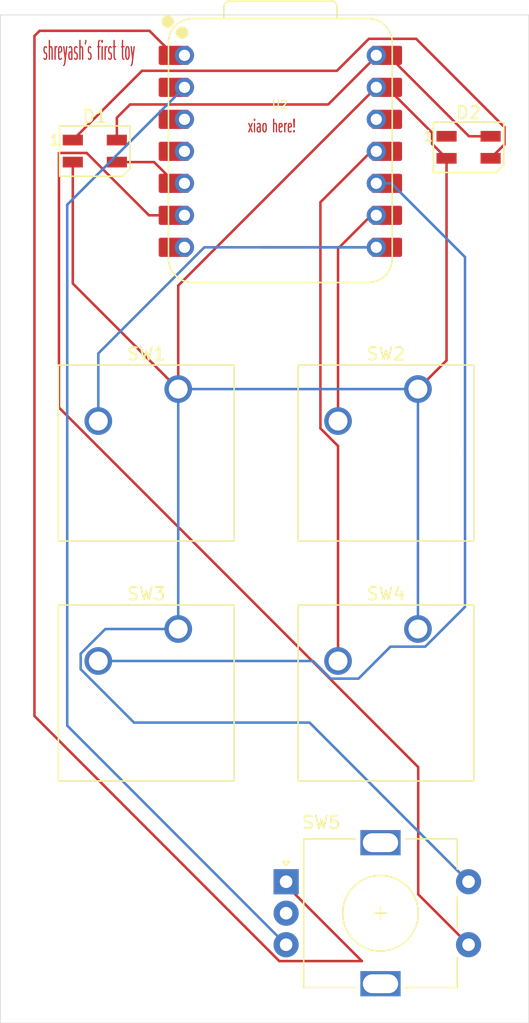
<source format=kicad_pcb>
(kicad_pcb (version 20241229) (generator "pcbnew") (generator_version "9.0")
  (layers (0 "F.Cu" signal) (2 "B.Cu" signal) (13 "F.Paste" user) (15 "B.Paste" user) (5 "F.SilkS" user "F.Silkscreen") (7 "B.SilkS" user "B.Silkscreen") (1 "F.Mask" user) (3 "B.Mask" user) (25 "Edge.Cuts" user))
  (net 0 "")
  (net 1 "Net-(D1-DOUT)")
  (net 2 "Net-(D1-DIN)")
  (net 3 "GND")
  (net 4 "+5V")
  (net 6 "Net-(U2-GPIO1{slash}RX)")
  (net 7 "Net-(U2-GPIO2{slash}SCK)")
  (net 8 "Net-(U2-GPIO4{slash}MISO)")
  (net 9 "Net-(U2-GPIO3{slash}MOSI)")
  (net 13 "Net-(U2-GPIO7{slash}SCL)")
  (net 16 "Net-(U2-GPIO27{slash}ADC1{slash}A1)")
  (net 17 "Net-(U2-GPIO26{slash}ADC0{slash}A0)")
  (footprint "Button_Switch_Keyboard:SW_Cherry_MX_1.00u_PCB" (layer "F.Cu") (at 150.1775 99.695)
    (property "Reference" "SW2" (at -2.54 -2.794 0) (layer "F.SilkS"))
    (property "Value" "SW_Push")
    (fp_line (start -9.525 -1.905) (end 4.445 -1.905) (stroke (width 0.12)) (layer "F.SilkS"))
    (fp_line (start -9.525 12.065) (end -9.525 -1.905) (stroke (width 0.12)) (layer "F.SilkS"))
    (fp_line (start 4.445 -1.905) (end 4.445 12.065) (stroke (width 0.12)) (layer "F.SilkS"))
    (fp_line (start 4.445 12.065) (end -9.525 12.065) (stroke (width 0.12)) (layer "F.SilkS"))
    (pad "" np_thru_hole circle (at -7.62 5.08) (size 1.7 1.7) (drill 1.7) (layers "*.Cu" "*.Mask"))
    (pad "" np_thru_hole circle (at -2.54 5.08) (size 4 4) (drill 4) (layers "*.Cu" "*.Mask"))
    (pad "" np_thru_hole circle (at 2.54 5.08) (size 1.7 1.7) (drill 1.7) (layers "*.Cu" "*.Mask"))
    (pad "1" thru_hole circle (at 0 0) (size 2.2 2.2) (drill 1.5) (layers "*.Cu" "*.Mask") (net 3 "GND"))
    (pad "2" thru_hole circle (at -6.35 2.54) (size 2.2 2.2) (drill 1.5) (layers "*.Cu" "*.Mask") (net 7 "Net-(U2-GPIO2{slash}SCK)"))
  )
  (footprint "Button_Switch_Keyboard:SW_Cherry_MX_1.00u_PCB" (layer "F.Cu") (at 150.1775 118.745)
    (property "Reference" "SW4" (at -2.54 -2.794 0) (layer "F.SilkS"))
    (property "Value" "SW_Push")
    (fp_line (start -9.525 -1.905) (end 4.445 -1.905) (stroke (width 0.12)) (layer "F.SilkS"))
    (fp_line (start -9.525 12.065) (end -9.525 -1.905) (stroke (width 0.12)) (layer "F.SilkS"))
    (fp_line (start 4.445 -1.905) (end 4.445 12.065) (stroke (width 0.12)) (layer "F.SilkS"))
    (fp_line (start 4.445 12.065) (end -9.525 12.065) (stroke (width 0.12)) (layer "F.SilkS"))
    (pad "" np_thru_hole circle (at -7.62 5.08) (size 1.7 1.7) (drill 1.7) (layers "*.Cu" "*.Mask"))
    (pad "" np_thru_hole circle (at -2.54 5.08) (size 4 4) (drill 4) (layers "*.Cu" "*.Mask"))
    (pad "" np_thru_hole circle (at 2.54 5.08) (size 1.7 1.7) (drill 1.7) (layers "*.Cu" "*.Mask"))
    (pad "1" thru_hole circle (at 0 0) (size 2.2 2.2) (drill 1.5) (layers "*.Cu" "*.Mask") (net 3 "GND"))
    (pad "2" thru_hole circle (at -6.35 2.54) (size 2.2 2.2) (drill 1.5) (layers "*.Cu" "*.Mask") (net 9 "Net-(U2-GPIO3{slash}MOSI)"))
  )
  (footprint "Seeed Studio XIAO Series Library:XIAO-RP2040-DIP" (layer "F.Cu") (at 139.245 80.82)
    (property "Reference" "U2" (at -0.045 -3.72 0) (layer "F.SilkS") (effects (font (size 0.635 0.635) (thickness 0.1016))))
    (property "Value" "XIAO-RP2040-DIP")
    (fp_line (start -8.89 8.509) (end -8.89 -8.636) (stroke (width 0.127)) (layer "F.SilkS"))
    (fp_line (start -6.985 10.414) (end 6.985 10.414) (stroke (width 0.127)) (layer "F.SilkS"))
    (fp_line (start -4.495 -10.541) (end -4.491272 -11.451272) (stroke (width 0.127)) (layer "F.SilkS"))
    (fp_line (start -3.991272 -11.951) (end 4.004 -11.951) (stroke (width 0.127)) (layer "F.SilkS"))
    (fp_line (start 4.504 -11.451) (end 4.504 -10.541) (stroke (width 0.127)) (layer "F.SilkS"))
    (fp_line (start 6.985 -10.541) (end -6.985 -10.541) (stroke (width 0.1)) (layer "F.SilkS"))
    (fp_line (start 6.985 -10.541) (end -6.985 -10.541) (stroke (width 0.127)) (layer "F.SilkS"))
    (fp_line (start 8.89 8.509) (end 8.89 -8.636) (stroke (width 0.127)) (layer "F.SilkS"))
    (fp_arc (start -8.89 -8.636) (mid -8.332038 -9.983038) (end -6.985 -10.541) (stroke (width 0.127)) (layer "F.SilkS"))
    (fp_arc (start -6.985 10.414) (mid -8.332038 9.856038) (end -8.89 8.509) (stroke (width 0.127)) (layer "F.SilkS"))
    (fp_arc (start -4.491272 -11.451272) (mid -4.344728 -11.80464) (end -3.991272 -11.951) (stroke (width 0.127)) (layer "F.SilkS"))
    (fp_arc (start 4.004 -11.951) (mid 4.357553 -11.804553) (end 4.504 -11.451) (stroke (width 0.127)) (layer "F.SilkS"))
    (fp_arc (start 6.985 -10.541) (mid 8.332038 -9.983038) (end 8.89 -8.636) (stroke (width 0.127)) (layer "F.SilkS"))
    (fp_arc (start 8.89 8.509) (mid 8.332038 9.856038) (end 6.985 10.414) (stroke (width 0.127)) (layer "F.SilkS"))
    (fp_circle (center -8.95 -10.3) (end -8.95 -10.554) (stroke (width 0.5)) (fill yes) (layer "F.SilkS"))
    (fp_circle (center -7.807 -9.42) (end -7.807 -9.674) (stroke (width 0.5)) (fill yes) (layer "F.SilkS"))
    (pad "1" smd roundrect (at -8.455 -7.62 180) (size 2.432 1.524) (layers "F.Cu" "F.Mask") (roundrect_rratio 0.1) (net 17 "Net-(U2-GPIO26{slash}ADC0{slash}A0)"))
    (pad "1" thru_hole circle (at -7.62 -7.62 180) (size 1.524 1.524) (drill 0.889) (layers "*.Cu" "*.Mask") (net 17 "Net-(U2-GPIO26{slash}ADC0{slash}A0)"))
    (pad "2" smd roundrect (at -8.455 -5.08 180) (size 2.432 1.524) (layers "F.Cu" "F.Mask") (roundrect_rratio 0.1) (net 16 "Net-(U2-GPIO27{slash}ADC1{slash}A1)"))
    (pad "2" thru_hole circle (at -7.62 -5.08 180) (size 1.524 1.524) (drill 0.889) (layers "*.Cu" "*.Mask") (net 16 "Net-(U2-GPIO27{slash}ADC1{slash}A1)"))
    (pad "3" smd roundrect (at -8.455 -2.54 180) (size 2.432 1.524) (layers "F.Cu" "F.Mask") (roundrect_rratio 0.1))
    (pad "3" thru_hole circle (at -7.62 -2.54 180) (size 1.524 1.524) (drill 0.889) (layers "*.Cu" "*.Mask"))
    (pad "4" smd roundrect (at -8.455 0 180) (size 2.432 1.524) (layers "F.Cu" "F.Mask") (roundrect_rratio 0.1))
    (pad "4" thru_hole circle (at -7.62 0 180) (size 1.524 1.524) (drill 0.889) (layers "*.Cu" "*.Mask"))
    (pad "5" smd roundrect (at -8.455 2.54 180) (size 2.432 1.524) (layers "F.Cu" "F.Mask") (roundrect_rratio 0.1) (net 2 "Net-(D1-DIN)"))
    (pad "5" thru_hole circle (at -7.62 2.54 180) (size 1.524 1.524) (drill 0.889) (layers "*.Cu" "*.Mask") (net 2 "Net-(D1-DIN)"))
    (pad "6" smd roundrect (at -8.455 5.08 180) (size 2.432 1.524) (layers "F.Cu" "F.Mask") (roundrect_rratio 0.1) (net 13 "Net-(U2-GPIO7{slash}SCL)"))
    (pad "6" thru_hole circle (at -7.62 5.08 180) (size 1.524 1.524) (drill 0.889) (layers "*.Cu" "*.Mask") (net 13 "Net-(U2-GPIO7{slash}SCL)"))
    (pad "7" smd roundrect (at -8.455 7.62 180) (size 2.432 1.524) (layers "F.Cu" "F.Mask") (roundrect_rratio 0.1))
    (pad "7" thru_hole circle (at -7.62 7.62 180) (size 1.524 1.524) (drill 0.889) (layers "*.Cu" "*.Mask"))
    (pad "8" thru_hole circle (at 7.62 7.62) (size 1.524 1.524) (drill 0.889) (layers "*.Cu" "*.Mask") (net 6 "Net-(U2-GPIO1{slash}RX)"))
    (pad "8" smd roundrect (at 8.455 7.62) (size 2.432 1.524) (layers "F.Cu" "F.Mask") (roundrect_rratio 0.1) (net 6 "Net-(U2-GPIO1{slash}RX)"))
    (pad "9" thru_hole circle (at 7.62 5.08) (size 1.524 1.524) (drill 0.889) (layers "*.Cu" "*.Mask") (net 7 "Net-(U2-GPIO2{slash}SCK)"))
    (pad "9" smd roundrect (at 8.455 5.08) (size 2.432 1.524) (layers "F.Cu" "F.Mask") (roundrect_rratio 0.1) (net 7 "Net-(U2-GPIO2{slash}SCK)"))
    (pad "10" thru_hole circle (at 7.62 2.54) (size 1.524 1.524) (drill 0.889) (layers "*.Cu" "*.Mask") (net 8 "Net-(U2-GPIO4{slash}MISO)"))
    (pad "10" smd roundrect (at 8.455 2.54) (size 2.432 1.524) (layers "F.Cu" "F.Mask") (roundrect_rratio 0.1) (net 8 "Net-(U2-GPIO4{slash}MISO)"))
    (pad "11" thru_hole circle (at 7.62 0) (size 1.524 1.524) (drill 0.889) (layers "*.Cu" "*.Mask") (net 9 "Net-(U2-GPIO3{slash}MOSI)"))
    (pad "11" smd roundrect (at 8.455 0) (size 2.432 1.524) (layers "F.Cu" "F.Mask") (roundrect_rratio 0.1) (net 9 "Net-(U2-GPIO3{slash}MOSI)"))
    (pad "12" thru_hole circle (at 7.62 -2.54) (size 1.524 1.524) (drill 0.889) (layers "*.Cu" "*.Mask"))
    (pad "12" smd roundrect (at 8.455 -2.54) (size 2.432 1.524) (layers "F.Cu" "F.Mask") (roundrect_rratio 0.1))
    (pad "13" thru_hole circle (at 7.62 -5.08) (size 1.524 1.524) (drill 0.889) (layers "*.Cu" "*.Mask") (net 3 "GND"))
    (pad "13" smd roundrect (at 8.455 -5.08) (size 2.432 1.524) (layers "F.Cu" "F.Mask") (roundrect_rratio 0.1) (net 3 "GND"))
    (pad "14" thru_hole circle (at 7.62 -7.62) (size 1.524 1.524) (drill 0.889) (layers "*.Cu" "*.Mask") (net 4 "+5V"))
    (pad "14" smd roundrect (at 8.455 -7.62) (size 2.432 1.524) (layers "F.Cu" "F.Mask") (roundrect_rratio 0.1) (net 4 "+5V"))
  )
  (footprint "LED_SMD:LED_SK6812MINI_PLCC4_3.5x3.5mm_P1.75mm" (layer "F.Cu") (at 154.2 80.5)
    (property "Reference" "D2" (at 0 -2.75 0) (layer "F.SilkS"))
    (property "Value" "SK6812MINI")
    (fp_line (start -2.8 -2) (end -2.8 2) (stroke (width 0.12)) (layer "F.SilkS"))
    (fp_line (start -2.8 -2) (end 2.8 -2) (stroke (width 0.12)) (layer "F.SilkS"))
    (fp_line (start -2.8 2) (end 2.2 2) (stroke (width 0.12)) (layer "F.SilkS"))
    (fp_line (start 2.8 1.4) (end 2.2 2) (stroke (width 0.12)) (layer "F.SilkS"))
    (fp_line (start 2.8 1.4) (end 2.8 -2) (stroke (width 0.12)) (layer "F.SilkS"))
    (fp_text user "1" (at -3.2 -0.875 0) (layer "F.SilkS") (effects (font (size 0.8 0.8))))
    (pad "1" smd rect (at -1.75 -0.875) (size 1.6 0.85) (layers "F.Cu" "F.Mask" "F.Paste"))
    (pad "2" smd rect (at -1.75 0.875) (size 1.6 0.85) (layers "F.Cu" "F.Mask" "F.Paste") (net 3 "GND"))
    (pad "3" smd rect (at 1.75 0.875) (size 1.6 0.85) (layers "F.Cu" "F.Mask" "F.Paste") (net 1 "Net-(D1-DOUT)"))
    (pad "4" smd rect (at 1.75 -0.875) (size 1.6 0.85) (layers "F.Cu" "F.Mask" "F.Paste") (net 4 "+5V"))
  )
  (footprint "LED_SMD:LED_SK6812MINI_PLCC4_3.5x3.5mm_P1.75mm" (layer "F.Cu") (at 124.5 80.8)
    (property "Reference" "D1" (at 0 -2.75 0) (layer "F.SilkS"))
    (property "Value" "SK6812MINI")
    (fp_line (start -2.8 -2) (end -2.8 2) (stroke (width 0.12)) (layer "F.SilkS"))
    (fp_line (start -2.8 -2) (end 2.8 -2) (stroke (width 0.12)) (layer "F.SilkS"))
    (fp_line (start -2.8 2) (end 2.2 2) (stroke (width 0.12)) (layer "F.SilkS"))
    (fp_line (start 2.8 1.4) (end 2.2 2) (stroke (width 0.12)) (layer "F.SilkS"))
    (fp_line (start 2.8 1.4) (end 2.8 -2) (stroke (width 0.12)) (layer "F.SilkS"))
    (fp_text user "1" (at -3.2 -0.875 0) (layer "F.SilkS") (effects (font (size 0.8 0.8))))
    (pad "1" smd rect (at -1.75 -0.875) (size 1.6 0.85) (layers "F.Cu" "F.Mask" "F.Paste") (net 1 "Net-(D1-DOUT)"))
    (pad "2" smd rect (at -1.75 0.875) (size 1.6 0.85) (layers "F.Cu" "F.Mask" "F.Paste") (net 3 "GND"))
    (pad "3" smd rect (at 1.75 0.875) (size 1.6 0.85) (layers "F.Cu" "F.Mask" "F.Paste") (net 2 "Net-(D1-DIN)"))
    (pad "4" smd rect (at 1.75 -0.875) (size 1.6 0.85) (layers "F.Cu" "F.Mask" "F.Paste") (net 4 "+5V"))
  )
  (footprint "Rotary_Encoder:RotaryEncoder_Alps_EC11E-Switch_Vertical_H20mm" (layer "F.Cu") (at 139.7 138.81)
    (property "Reference" "SW5" (at 2.8 -4.7 0) (layer "F.SilkS"))
    (property "Value" "RotaryEncoder_Switch")
    (fp_line (start -0.3 -1.6) (end 0.3 -1.6) (stroke (width 0.12)) (layer "F.SilkS"))
    (fp_line (start 0 -1.3) (end -0.3 -1.6) (stroke (width 0.12)) (layer "F.SilkS"))
    (fp_line (start 0.3 -1.6) (end 0 -1.3) (stroke (width 0.12)) (layer "F.SilkS"))
    (fp_line (start 1.4 -3.4) (end 1.4 8.4) (stroke (width 0.12)) (layer "F.SilkS"))
    (fp_line (start 5.5 -3.4) (end 1.4 -3.4) (stroke (width 0.12)) (layer "F.SilkS"))
    (fp_line (start 5.5 8.4) (end 1.4 8.4) (stroke (width 0.12)) (layer "F.SilkS"))
    (fp_line (start 7 2.5) (end 8 2.5) (stroke (width 0.12)) (layer "F.SilkS"))
    (fp_line (start 7.5 2) (end 7.5 3) (stroke (width 0.12)) (layer "F.SilkS"))
    (fp_line (start 9.5 -3.4) (end 13.6 -3.4) (stroke (width 0.12)) (layer "F.SilkS"))
    (fp_line (start 13.6 -3.4) (end 13.6 -1) (stroke (width 0.12)) (layer "F.SilkS"))
    (fp_line (start 13.6 1.2) (end 13.6 3.8) (stroke (width 0.12)) (layer "F.SilkS"))
    (fp_line (start 13.6 6) (end 13.6 8.4) (stroke (width 0.12)) (layer "F.SilkS"))
    (fp_line (start 13.6 8.4) (end 9.5 8.4) (stroke (width 0.12)) (layer "F.SilkS"))
    (fp_circle (center 7.5 2.5) (end 10.5 2.5) (stroke (width 0.12)) (fill no) (layer "F.SilkS"))
    (pad "A" thru_hole rect (at 0 0) (size 2 2) (drill 1) (layers "*.Cu" "*.Mask") (net 17 "Net-(U2-GPIO26{slash}ADC0{slash}A0)"))
    (pad "B" thru_hole circle (at 0 5) (size 2 2) (drill 1) (layers "*.Cu" "*.Mask") (net 16 "Net-(U2-GPIO27{slash}ADC1{slash}A1)"))
    (pad "C" thru_hole circle (at 0 2.5) (size 2 2) (drill 1) (layers "*.Cu" "*.Mask"))
    (pad "MP" thru_hole rect (at 7.5 -3.1) (size 3.2 2) (drill oval 2.8 1.5) (layers "*.Cu" "*.Mask"))
    (pad "MP" thru_hole rect (at 7.5 8.1) (size 3.2 2) (drill oval 2.8 1.5) (layers "*.Cu" "*.Mask"))
    (pad "S1" thru_hole circle (at 14.5 5) (size 2 2) (drill 1) (layers "*.Cu" "*.Mask") (net 13 "Net-(U2-GPIO7{slash}SCL)"))
    (pad "S2" thru_hole circle (at 14.5 0) (size 2 2) (drill 1) (layers "*.Cu" "*.Mask") (net 3 "GND"))
  )
  (footprint "Button_Switch_Keyboard:SW_Cherry_MX_1.00u_PCB" (layer "F.Cu") (at 131.1275 118.745)
    (property "Reference" "SW3" (at -2.54 -2.794 0) (layer "F.SilkS"))
    (property "Value" "SW_Push")
    (fp_line (start -9.525 -1.905) (end 4.445 -1.905) (stroke (width 0.12)) (layer "F.SilkS"))
    (fp_line (start -9.525 12.065) (end -9.525 -1.905) (stroke (width 0.12)) (layer "F.SilkS"))
    (fp_line (start 4.445 -1.905) (end 4.445 12.065) (stroke (width 0.12)) (layer "F.SilkS"))
    (fp_line (start 4.445 12.065) (end -9.525 12.065) (stroke (width 0.12)) (layer "F.SilkS"))
    (pad "" np_thru_hole circle (at -7.62 5.08) (size 1.7 1.7) (drill 1.7) (layers "*.Cu" "*.Mask"))
    (pad "" np_thru_hole circle (at -2.54 5.08) (size 4 4) (drill 4) (layers "*.Cu" "*.Mask"))
    (pad "" np_thru_hole circle (at 2.54 5.08) (size 1.7 1.7) (drill 1.7) (layers "*.Cu" "*.Mask"))
    (pad "1" thru_hole circle (at 0 0) (size 2.2 2.2) (drill 1.5) (layers "*.Cu" "*.Mask") (net 3 "GND"))
    (pad "2" thru_hole circle (at -6.35 2.54) (size 2.2 2.2) (drill 1.5) (layers "*.Cu" "*.Mask") (net 8 "Net-(U2-GPIO4{slash}MISO)"))
  )
  (footprint "Button_Switch_Keyboard:SW_Cherry_MX_1.00u_PCB" (layer "F.Cu") (at 131.1275 99.695)
    (property "Reference" "SW1" (at -2.54 -2.794 0) (layer "F.SilkS"))
    (property "Value" "SW_Push")
    (fp_line (start -9.525 -1.905) (end 4.445 -1.905) (stroke (width 0.12)) (layer "F.SilkS"))
    (fp_line (start -9.525 12.065) (end -9.525 -1.905) (stroke (width 0.12)) (layer "F.SilkS"))
    (fp_line (start 4.445 -1.905) (end 4.445 12.065) (stroke (width 0.12)) (layer "F.SilkS"))
    (fp_line (start 4.445 12.065) (end -9.525 12.065) (stroke (width 0.12)) (layer "F.SilkS"))
    (pad "" np_thru_hole circle (at -7.62 5.08) (size 1.7 1.7) (drill 1.7) (layers "*.Cu" "*.Mask"))
    (pad "" np_thru_hole circle (at -2.54 5.08) (size 4 4) (drill 4) (layers "*.Cu" "*.Mask"))
    (pad "" np_thru_hole circle (at 2.54 5.08) (size 1.7 1.7) (drill 1.7) (layers "*.Cu" "*.Mask"))
    (pad "1" thru_hole circle (at 0 0) (size 2.2 2.2) (drill 1.5) (layers "*.Cu" "*.Mask") (net 3 "GND"))
    (pad "2" thru_hole circle (at -6.35 2.54) (size 2.2 2.2) (drill 1.5) (layers "*.Cu" "*.Mask") (net 6 "Net-(U2-GPIO1{slash}RX)"))
  )
  (gr_rect (start 116.99 69.99) (end 158.99 150.03) (stroke (width 0.05)) (fill no) (layer "Edge.Cuts"))
  (gr_text "xiao here!" (at 136.6 79.4 0) (layer "F.Cu") (effects (font (size 1 0.5) (thickness 0.1) (bold yes)) (justify left bottom)))
  (gr_text "shreyash's first toy" (at 120.3 73.7 0) (layer "F.Cu") (effects (font (size 1.5 0.5) (thickness 0.1) (bold yes)) (justify left bottom)))
  (segment (start 122.75 79.925) (end 128.2495 74.4255) (width 0.2) (layer "F.Cu") (net 1))
  (segment (start 143.73969 74.4255) (end 146.27969 71.8855) (width 0.2) (layer "F.Cu") (net 1))
  (segment (start 150.0375 71.8855) (end 157.051 78.899) (width 0.2) (layer "F.Cu") (net 1))
  (segment (start 157.051 78.899) (end 157.051 80.274) (width 0.2) (layer "F.Cu") (net 1))
  (segment (start 157.051 80.274) (end 155.95 81.375) (width 0.2) (layer "F.Cu") (net 1))
  (segment (start 128.2495 74.4255) (end 143.73969 74.4255) (width 0.2) (layer "F.Cu") (net 1))
  (segment (start 146.27969 71.8855) (end 150.0375 71.8855) (width 0.2) (layer "F.Cu") (net 1))
  (segment (start 129.2115 81.675) (end 130.645 83.1085) (width 0.2) (layer "F.Cu") (net 2))
  (segment (start 126.25 81.675) (end 129.2115 81.675) (width 0.2) (layer "F.Cu") (net 2))
  (segment (start 151.3 80.225) (end 151.3 79.34) (width 0.2) (layer "F.Cu") (net 3))
  (segment (start 122.75 91.3175) (end 131.1275 99.695) (width 0.2) (layer "F.Cu") (net 3))
  (segment (start 131.1275 91.4775) (end 146.865 75.74) (width 0.2) (layer "F.Cu") (net 3))
  (segment (start 122.75 81.675) (end 122.75 91.3175) (width 0.2) (layer "F.Cu") (net 3))
  (segment (start 152.45 97.4225) (end 150.1775 99.695) (width 0.2) (layer "F.Cu") (net 3))
  (segment (start 152.45 81.375) (end 152.45 97.4225) (width 0.2) (layer "F.Cu") (net 3))
  (segment (start 152.45 81.375) (end 151.3 80.225) (width 0.2) (layer "F.Cu") (net 3))
  (segment (start 131.1275 99.695) (end 131.1275 91.4775) (width 0.2) (layer "F.Cu") (net 3))
  (segment (start 151.3 79.34) (end 147.7 75.74) (width 0.2) (layer "F.Cu") (net 3))
  (segment (start 154.2 138.81) (end 154.3195 138.6905) (width 0.2) (layer "B.Cu") (net 3))
  (segment (start 150.1775 99.695) (end 131.1275 99.695) (width 0.2) (layer "B.Cu") (net 3))
  (segment (start 123.3765 121.938816) (end 123.3765 120.704686) (width 0.2) (layer "B.Cu") (net 3))
  (segment (start 131.1275 99.695) (end 131.1275 118.745) (width 0.2) (layer "B.Cu") (net 3))
  (segment (start 123.3765 120.704686) (end 125.336186 118.745) (width 0.2) (layer "B.Cu") (net 3))
  (segment (start 141.566 126.176) (end 127.613684 126.176) (width 0.2) (layer "B.Cu") (net 3))
  (segment (start 150.1775 99.695) (end 150.1775 118.745) (width 0.2) (layer "B.Cu") (net 3))
  (segment (start 127.613684 126.176) (end 123.3765 121.938816) (width 0.2) (layer "B.Cu") (net 3))
  (segment (start 125.336186 118.745) (end 131.1275 118.745) (width 0.2) (layer "B.Cu") (net 3))
  (segment (start 154.2 138.81) (end 141.566 126.176) (width 0.2) (layer "B.Cu") (net 3))
  (segment (start 126.25 78.15) (end 127.3 77.1) (width 0.2) (layer "F.Cu") (net 4))
  (segment (start 154.2315 79.625) (end 147.555 72.9485) (width 0.2) (layer "F.Cu") (net 4))
  (segment (start 127.3 77.1) (end 143.045 77.1) (width 0.2) (layer "F.Cu") (net 4))
  (segment (start 146.72 72.9485) (end 147.555 72.9485) (width 0.2) (layer "F.Cu") (net 4))
  (segment (start 126.25 79.925) (end 126.25 78.15) (width 0.2) (layer "F.Cu") (net 4))
  (segment (start 155.95 79.625) (end 154.2315 79.625) (width 0.2) (layer "F.Cu") (net 4))
  (segment (start 143.045 77.1) (end 146.865 73.28) (width 0.2) (layer "F.Cu") (net 4))
  (segment (start 146.72 88.1885) (end 147.555 88.1885) (width 0.2) (layer "F.Cu") (net 6))
  (segment (start 124.7775 102.235) (end 124.7775 96.8639) (width 0.2) (layer "B.Cu") (net 6))
  (segment (start 124.7775 96.8639) (end 133.2014 88.44) (width 0.2) (layer "B.Cu") (net 6))
  (segment (start 138 88.44) (end 146.865 88.44) (width 0.2) (layer "B.Cu") (net 6))
  (segment (start 133.2014 88.44) (end 146.865 88.44) (width 0.2) (layer "B.Cu") (net 6))
  (segment (start 137.74 88.44) (end 138 88.44) (width 0.2) (layer "B.Cu") (net 6))
  (segment (start 143.8275 102.235) (end 143.8275 88.541) (width 0.2) (layer "F.Cu") (net 7))
  (segment (start 143.8275 88.541) (end 146.72 85.6485) (width 0.2) (layer "F.Cu") (net 7))
  (segment (start 146.72 85.6485) (end 147.555 85.6485) (width 0.2) (layer "F.Cu") (net 7))
  (segment (start 153.9185 89.2185) (end 148.06 83.36) (width 0.2) (layer "B.Cu") (net 8))
  (segment (start 143.247186 122.686) (end 145.451684 122.686) (width 0.2) (layer "B.Cu") (net 8))
  (segment (start 148.06 83.36) (end 146.865 83.36) (width 0.2) (layer "B.Cu") (net 8))
  (segment (start 153.9185 116.985314) (end 153.9185 89.2185) (width 0.2) (layer "B.Cu") (net 8))
  (segment (start 150.757814 120.146) (end 153.9185 116.985314) (width 0.2) (layer "B.Cu") (net 8))
  (segment (start 145.451684 122.686) (end 147.991684 120.146) (width 0.2) (layer "B.Cu") (net 8))
  (segment (start 124.7775 121.285) (end 141.846186 121.285) (width 0.2) (layer "B.Cu") (net 8))
  (segment (start 147.991684 120.146) (end 150.757814 120.146) (width 0.2) (layer "B.Cu") (net 8))
  (segment (start 141.846186 121.285) (end 143.247186 122.686) (width 0.2) (layer "B.Cu") (net 8))
  (segment (start 142.4265 84.862) (end 146.72 80.5685) (width 0.2) (layer "F.Cu") (net 9))
  (segment (start 143.8275 121.285) (end 143.8275 104.216314) (width 0.2) (layer "F.Cu") (net 9))
  (segment (start 143.8275 104.216314) (end 142.4265 102.815314) (width 0.2) (layer "F.Cu") (net 9))
  (segment (start 142.4265 102.815314) (end 142.4265 84.862) (width 0.2) (layer "F.Cu") (net 9))
  (segment (start 154.2 143.81) (end 150.199128 139.809128) (width 0.2) (layer "F.Cu") (net 13))
  (segment (start 150.199128 129.711444) (end 121.649 101.161316) (width 0.2) (layer "F.Cu") (net 13))
  (segment (start 121.649 101.161316) (end 121.649 80.949) (width 0.2) (layer "F.Cu") (net 13))
  (segment (start 128.802 85.9) (end 131.625 85.9) (width 0.2) (layer "F.Cu") (net 13))
  (segment (start 150.199128 139.809128) (end 150.199128 129.711444) (width 0.2) (layer "F.Cu") (net 13))
  (segment (start 121.649 80.949) (end 123.851 80.949) (width 0.2) (layer "F.Cu") (net 13))
  (segment (start 123.851 80.949) (end 128.802 85.9) (width 0.2) (layer "F.Cu") (net 13))
  (segment (start 139.7 143.81) (end 122.3065 126.4165) (width 0.2) (layer "B.Cu") (net 16))
  (segment (start 122.3065 85.0585) (end 131.625 75.74) (width 0.2) (layer "B.Cu") (net 16))
  (segment (start 122.3065 126.4165) (end 122.3065 85.0585) (width 0.2) (layer "B.Cu") (net 16))
  (segment (start 120.112255 71.2505) (end 128.8405 71.2505) (width 0.2) (layer "F.Cu") (net 17))
  (segment (start 119.701033 125.650925) (end 119.701033 71.661722) (width 0.2) (layer "F.Cu") (net 17))
  (segment (start 139.42 138.81) (end 145.721 145.111) (width 0.2) (layer "F.Cu") (net 17))
  (segment (start 119.701033 71.661722) (end 120.112255 71.2505) (width 0.2) (layer "F.Cu") (net 17))
  (segment (start 139.161108 145.111) (end 119.701033 125.650925) (width 0.2) (layer "F.Cu") (net 17))
  (segment (start 145.721 145.111) (end 139.161108 145.111) (width 0.2) (layer "F.Cu") (net 17))
  (segment (start 128.8405 71.2505) (end 130.79 73.2) (width 0.2) (layer "F.Cu") (net 17))
  (segment (start 139.7 138.81) (end 139.42 138.81) (width 0.2) (layer "F.Cu") (net 17))
)
</source>
